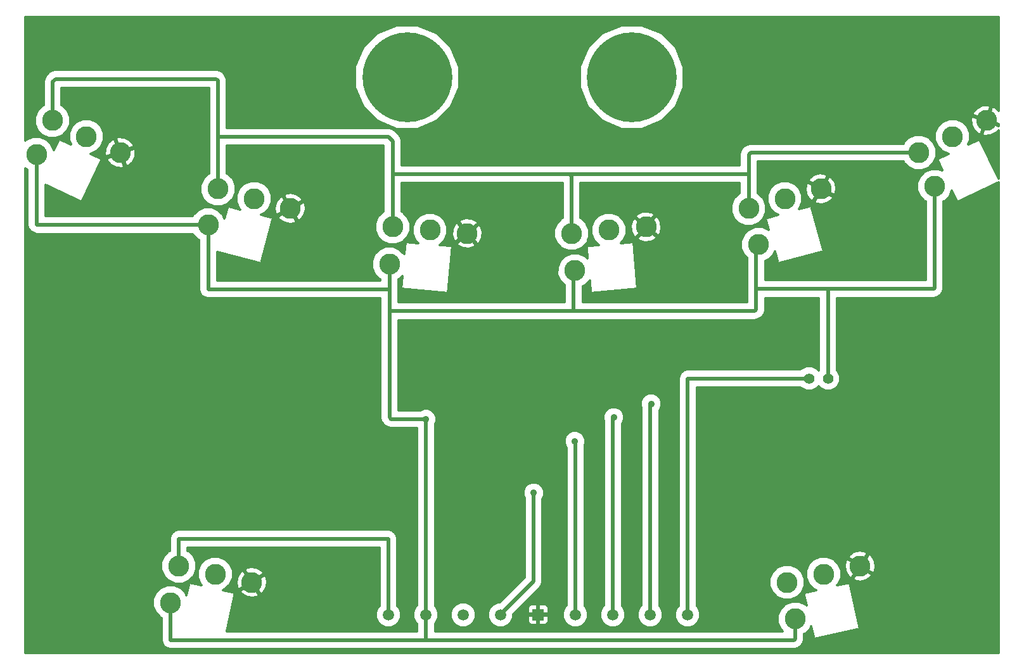
<source format=gbl>
G04 (created by PCBNEW (2013-07-07 BZR 4022)-stable) date 8/13/2015 10:27:12 AM*
%MOIN*%
G04 Gerber Fmt 3.4, Leading zero omitted, Abs format*
%FSLAX34Y34*%
G01*
G70*
G90*
G04 APERTURE LIST*
%ADD10C,0.00590551*%
%ADD11C,0.110236*%
%ADD12C,0.472441*%
%ADD13C,0.055*%
%ADD14R,0.0590551X0.0590551*%
%ADD15C,0.0590551*%
%ADD16C,0.035*%
%ADD17C,0.021*%
%ADD18C,0.011811*%
G04 APERTURE END LIST*
G54D10*
G54D11*
X94741Y-84834D03*
X96662Y-84405D03*
X92820Y-85264D03*
X93249Y-87185D03*
X62739Y-84834D03*
X64660Y-85264D03*
X60817Y-84405D03*
X60388Y-86326D03*
X101520Y-61799D03*
X103300Y-60958D03*
X99741Y-62640D03*
X100582Y-64420D03*
X92699Y-65063D03*
X94599Y-64547D03*
X90800Y-65579D03*
X91316Y-67478D03*
X83444Y-66720D03*
X85405Y-66548D03*
X81483Y-66892D03*
X81655Y-68853D03*
X64780Y-65063D03*
X66680Y-65579D03*
X62880Y-64547D03*
X62364Y-66446D03*
X55959Y-61799D03*
X57739Y-62640D03*
X54179Y-60958D03*
X53338Y-62737D03*
X74035Y-66720D03*
X75996Y-66892D03*
X72074Y-66548D03*
X71903Y-68509D03*
G54D12*
X72830Y-58667D03*
X84650Y-58667D03*
G54D13*
X94968Y-74533D03*
X93968Y-74533D03*
G54D14*
X79718Y-86964D03*
G54D15*
X77750Y-86964D03*
X75781Y-86964D03*
X73812Y-86964D03*
X71844Y-86964D03*
X81687Y-86964D03*
X83655Y-86964D03*
X85624Y-86964D03*
X87592Y-86964D03*
G54D16*
X85669Y-75866D03*
X83700Y-76574D03*
X81653Y-77834D03*
X79488Y-80555D03*
X96234Y-75992D03*
X73818Y-76673D03*
G54D17*
X85629Y-75905D02*
X85629Y-86933D01*
X85669Y-75866D02*
X85629Y-75905D01*
X83661Y-76614D02*
X83661Y-86933D01*
X83700Y-76574D02*
X83661Y-76614D01*
X81692Y-77874D02*
X81692Y-86933D01*
X81653Y-77834D02*
X81692Y-77874D01*
X79488Y-80555D02*
X79476Y-80566D01*
X79476Y-80566D02*
X79476Y-85212D01*
X79476Y-85212D02*
X77755Y-86933D01*
X60817Y-84405D02*
X60817Y-82967D01*
X71844Y-82972D02*
X71844Y-86964D01*
X71838Y-82966D02*
X71844Y-82972D01*
X60818Y-82966D02*
X71838Y-82966D01*
X60817Y-82967D02*
X60818Y-82966D01*
X90800Y-64074D02*
X90800Y-62743D01*
X90902Y-62640D02*
X99741Y-62640D01*
X90800Y-62743D02*
X90902Y-62640D01*
X81372Y-63779D02*
X90452Y-63779D01*
X90800Y-63831D02*
X90800Y-64074D01*
X90800Y-64074D02*
X90800Y-65579D01*
X90748Y-63779D02*
X90800Y-63831D01*
X90452Y-63779D02*
X90748Y-63779D01*
X81483Y-66892D02*
X81483Y-63890D01*
X81372Y-63779D02*
X72074Y-63779D01*
X81483Y-63890D02*
X81372Y-63779D01*
X62880Y-61811D02*
X71850Y-61811D01*
X72074Y-62035D02*
X72074Y-63779D01*
X72074Y-63779D02*
X72074Y-66548D01*
X71850Y-61811D02*
X72074Y-62035D01*
X54179Y-60958D02*
X54179Y-58910D01*
X62880Y-58845D02*
X62880Y-61811D01*
X62880Y-61811D02*
X62880Y-64547D01*
X62795Y-58759D02*
X62880Y-58845D01*
X54330Y-58759D02*
X62795Y-58759D01*
X54179Y-58910D02*
X54330Y-58759D01*
X87592Y-86964D02*
X87592Y-74543D01*
X87602Y-74533D02*
X93968Y-74533D01*
X87592Y-74543D02*
X87602Y-74533D01*
X94968Y-74533D02*
X94968Y-69852D01*
X94968Y-69852D02*
X95005Y-69814D01*
X73976Y-88307D02*
X60393Y-88307D01*
X60388Y-88301D02*
X60388Y-86326D01*
X60393Y-88307D02*
X60388Y-88301D01*
X73818Y-86933D02*
X73818Y-88267D01*
X93249Y-88246D02*
X93249Y-87185D01*
X93188Y-88307D02*
X93249Y-88246D01*
X73858Y-88307D02*
X73976Y-88307D01*
X73976Y-88307D02*
X93188Y-88307D01*
X73818Y-88267D02*
X73858Y-88307D01*
X81594Y-70980D02*
X71903Y-70980D01*
X71903Y-70980D02*
X71903Y-76588D01*
X62364Y-66446D02*
X53356Y-66446D01*
X53338Y-66428D02*
X53338Y-62737D01*
X53356Y-66446D02*
X53338Y-66428D01*
X62364Y-66446D02*
X62364Y-69839D01*
X71837Y-69842D02*
X71903Y-69777D01*
X62367Y-69842D02*
X71837Y-69842D01*
X62364Y-69839D02*
X62367Y-69842D01*
X71903Y-68509D02*
X71903Y-69777D01*
X71903Y-69777D02*
X71903Y-70980D01*
X71903Y-76588D02*
X71988Y-76673D01*
X71988Y-76673D02*
X73818Y-76673D01*
X81594Y-70980D02*
X91125Y-70980D01*
X91192Y-70913D02*
X91192Y-69814D01*
X91125Y-70980D02*
X91192Y-70913D01*
X81594Y-70980D02*
X81637Y-70980D01*
X73818Y-86933D02*
X73818Y-76673D01*
X91190Y-67656D02*
X91190Y-69817D01*
X91190Y-69817D02*
X91192Y-69814D01*
X100582Y-69779D02*
X100582Y-64597D01*
X91192Y-69814D02*
X95005Y-69814D01*
X95005Y-69814D02*
X100547Y-69814D01*
X100547Y-69814D02*
X100582Y-69779D01*
X81592Y-69030D02*
X81592Y-70934D01*
X81592Y-70934D02*
X81637Y-70980D01*
G54D10*
G36*
X82329Y-68219D02*
X82180Y-68069D01*
X81840Y-67928D01*
X81472Y-67927D01*
X81131Y-68068D01*
X80871Y-68328D01*
X80730Y-68668D01*
X80729Y-69036D01*
X80870Y-69376D01*
X81113Y-69619D01*
X81113Y-70501D01*
X76816Y-70501D01*
X76816Y-66793D01*
X76724Y-66502D01*
X76605Y-66434D01*
X76552Y-66478D01*
X76552Y-66372D01*
X76507Y-66242D01*
X76219Y-66096D01*
X75898Y-66071D01*
X75606Y-66163D01*
X75539Y-66283D01*
X76001Y-66834D01*
X76552Y-66372D01*
X76552Y-66478D01*
X76054Y-66897D01*
X76516Y-67448D01*
X76646Y-67402D01*
X76792Y-67115D01*
X76816Y-66793D01*
X76816Y-70501D01*
X76453Y-70501D01*
X76453Y-67500D01*
X75991Y-66949D01*
X75938Y-66993D01*
X75938Y-66887D01*
X75476Y-66336D01*
X75347Y-66381D01*
X75201Y-66669D01*
X75176Y-66990D01*
X75268Y-67281D01*
X75387Y-67349D01*
X75938Y-66887D01*
X75938Y-66993D01*
X75440Y-67412D01*
X75486Y-67541D01*
X75773Y-67687D01*
X76095Y-67712D01*
X76386Y-67620D01*
X76453Y-67500D01*
X76453Y-70501D01*
X72382Y-70501D01*
X72382Y-69777D01*
X72382Y-69313D01*
X72426Y-69294D01*
X72579Y-69141D01*
X72518Y-69813D01*
X74990Y-70028D01*
X75211Y-67556D01*
X74563Y-67501D01*
X74819Y-67245D01*
X74960Y-66905D01*
X74960Y-66537D01*
X74820Y-66197D01*
X74560Y-65936D01*
X74220Y-65795D01*
X73852Y-65795D01*
X73512Y-65935D01*
X73251Y-66195D01*
X73110Y-66535D01*
X73110Y-66903D01*
X73250Y-67243D01*
X73409Y-67402D01*
X72743Y-67345D01*
X72685Y-67984D01*
X72427Y-67726D01*
X72087Y-67584D01*
X71719Y-67584D01*
X71379Y-67725D01*
X71119Y-67985D01*
X70978Y-68325D01*
X70977Y-68693D01*
X71118Y-69033D01*
X71378Y-69293D01*
X71424Y-69312D01*
X71424Y-69363D01*
X67504Y-69363D01*
X67504Y-65627D01*
X67466Y-65324D01*
X67360Y-65236D01*
X67319Y-65260D01*
X67319Y-65165D01*
X67297Y-65030D01*
X67040Y-64835D01*
X66728Y-64754D01*
X66425Y-64793D01*
X66337Y-64899D01*
X66695Y-65523D01*
X67319Y-65165D01*
X67319Y-65260D01*
X66736Y-65594D01*
X67093Y-66218D01*
X67229Y-66196D01*
X67423Y-65939D01*
X67504Y-65627D01*
X67504Y-69363D01*
X67022Y-69363D01*
X67022Y-66259D01*
X66665Y-65635D01*
X66624Y-65658D01*
X66624Y-65564D01*
X66266Y-64939D01*
X66131Y-64961D01*
X65936Y-65218D01*
X65855Y-65530D01*
X65894Y-65833D01*
X66000Y-65921D01*
X66624Y-65564D01*
X66624Y-65658D01*
X66040Y-65992D01*
X66062Y-66128D01*
X66319Y-66322D01*
X66631Y-66403D01*
X66934Y-66365D01*
X67022Y-66259D01*
X67022Y-69363D01*
X62843Y-69363D01*
X62843Y-67869D01*
X65144Y-68489D01*
X65784Y-66091D01*
X65133Y-65918D01*
X65304Y-65847D01*
X65564Y-65587D01*
X65705Y-65247D01*
X65705Y-64879D01*
X65565Y-64539D01*
X65305Y-64279D01*
X64965Y-64138D01*
X64597Y-64137D01*
X64257Y-64278D01*
X63996Y-64538D01*
X63855Y-64878D01*
X63855Y-65246D01*
X63995Y-65586D01*
X64035Y-65626D01*
X63491Y-65481D01*
X63452Y-65284D01*
X63664Y-65071D01*
X63806Y-64731D01*
X63806Y-64363D01*
X63665Y-64023D01*
X63405Y-63763D01*
X63359Y-63744D01*
X63359Y-62290D01*
X71595Y-62290D01*
X71595Y-63779D01*
X71595Y-65745D01*
X71551Y-65764D01*
X71290Y-66024D01*
X71149Y-66364D01*
X71149Y-66732D01*
X71289Y-67072D01*
X71549Y-67332D01*
X71889Y-67473D01*
X72257Y-67474D01*
X72598Y-67333D01*
X72858Y-67073D01*
X72999Y-66733D01*
X72999Y-66365D01*
X72859Y-66025D01*
X72599Y-65765D01*
X72553Y-65746D01*
X72553Y-64258D01*
X81004Y-64258D01*
X81004Y-66088D01*
X80960Y-66107D01*
X80699Y-66367D01*
X80558Y-66707D01*
X80558Y-67075D01*
X80698Y-67415D01*
X80958Y-67675D01*
X81298Y-67817D01*
X81666Y-67817D01*
X82007Y-67676D01*
X82267Y-67416D01*
X82275Y-67397D01*
X82275Y-67564D01*
X82271Y-67564D01*
X82275Y-67612D01*
X82275Y-67682D01*
X82281Y-67682D01*
X82329Y-68219D01*
X82329Y-68219D01*
G37*
G54D18*
X82329Y-68219D02*
X82180Y-68069D01*
X81840Y-67928D01*
X81472Y-67927D01*
X81131Y-68068D01*
X80871Y-68328D01*
X80730Y-68668D01*
X80729Y-69036D01*
X80870Y-69376D01*
X81113Y-69619D01*
X81113Y-70501D01*
X76816Y-70501D01*
X76816Y-66793D01*
X76724Y-66502D01*
X76605Y-66434D01*
X76552Y-66478D01*
X76552Y-66372D01*
X76507Y-66242D01*
X76219Y-66096D01*
X75898Y-66071D01*
X75606Y-66163D01*
X75539Y-66283D01*
X76001Y-66834D01*
X76552Y-66372D01*
X76552Y-66478D01*
X76054Y-66897D01*
X76516Y-67448D01*
X76646Y-67402D01*
X76792Y-67115D01*
X76816Y-66793D01*
X76816Y-70501D01*
X76453Y-70501D01*
X76453Y-67500D01*
X75991Y-66949D01*
X75938Y-66993D01*
X75938Y-66887D01*
X75476Y-66336D01*
X75347Y-66381D01*
X75201Y-66669D01*
X75176Y-66990D01*
X75268Y-67281D01*
X75387Y-67349D01*
X75938Y-66887D01*
X75938Y-66993D01*
X75440Y-67412D01*
X75486Y-67541D01*
X75773Y-67687D01*
X76095Y-67712D01*
X76386Y-67620D01*
X76453Y-67500D01*
X76453Y-70501D01*
X72382Y-70501D01*
X72382Y-69777D01*
X72382Y-69313D01*
X72426Y-69294D01*
X72579Y-69141D01*
X72518Y-69813D01*
X74990Y-70028D01*
X75211Y-67556D01*
X74563Y-67501D01*
X74819Y-67245D01*
X74960Y-66905D01*
X74960Y-66537D01*
X74820Y-66197D01*
X74560Y-65936D01*
X74220Y-65795D01*
X73852Y-65795D01*
X73512Y-65935D01*
X73251Y-66195D01*
X73110Y-66535D01*
X73110Y-66903D01*
X73250Y-67243D01*
X73409Y-67402D01*
X72743Y-67345D01*
X72685Y-67984D01*
X72427Y-67726D01*
X72087Y-67584D01*
X71719Y-67584D01*
X71379Y-67725D01*
X71119Y-67985D01*
X70978Y-68325D01*
X70977Y-68693D01*
X71118Y-69033D01*
X71378Y-69293D01*
X71424Y-69312D01*
X71424Y-69363D01*
X67504Y-69363D01*
X67504Y-65627D01*
X67466Y-65324D01*
X67360Y-65236D01*
X67319Y-65260D01*
X67319Y-65165D01*
X67297Y-65030D01*
X67040Y-64835D01*
X66728Y-64754D01*
X66425Y-64793D01*
X66337Y-64899D01*
X66695Y-65523D01*
X67319Y-65165D01*
X67319Y-65260D01*
X66736Y-65594D01*
X67093Y-66218D01*
X67229Y-66196D01*
X67423Y-65939D01*
X67504Y-65627D01*
X67504Y-69363D01*
X67022Y-69363D01*
X67022Y-66259D01*
X66665Y-65635D01*
X66624Y-65658D01*
X66624Y-65564D01*
X66266Y-64939D01*
X66131Y-64961D01*
X65936Y-65218D01*
X65855Y-65530D01*
X65894Y-65833D01*
X66000Y-65921D01*
X66624Y-65564D01*
X66624Y-65658D01*
X66040Y-65992D01*
X66062Y-66128D01*
X66319Y-66322D01*
X66631Y-66403D01*
X66934Y-66365D01*
X67022Y-66259D01*
X67022Y-69363D01*
X62843Y-69363D01*
X62843Y-67869D01*
X65144Y-68489D01*
X65784Y-66091D01*
X65133Y-65918D01*
X65304Y-65847D01*
X65564Y-65587D01*
X65705Y-65247D01*
X65705Y-64879D01*
X65565Y-64539D01*
X65305Y-64279D01*
X64965Y-64138D01*
X64597Y-64137D01*
X64257Y-64278D01*
X63996Y-64538D01*
X63855Y-64878D01*
X63855Y-65246D01*
X63995Y-65586D01*
X64035Y-65626D01*
X63491Y-65481D01*
X63452Y-65284D01*
X63664Y-65071D01*
X63806Y-64731D01*
X63806Y-64363D01*
X63665Y-64023D01*
X63405Y-63763D01*
X63359Y-63744D01*
X63359Y-62290D01*
X71595Y-62290D01*
X71595Y-63779D01*
X71595Y-65745D01*
X71551Y-65764D01*
X71290Y-66024D01*
X71149Y-66364D01*
X71149Y-66732D01*
X71289Y-67072D01*
X71549Y-67332D01*
X71889Y-67473D01*
X72257Y-67474D01*
X72598Y-67333D01*
X72858Y-67073D01*
X72999Y-66733D01*
X72999Y-66365D01*
X72859Y-66025D01*
X72599Y-65765D01*
X72553Y-65746D01*
X72553Y-64258D01*
X81004Y-64258D01*
X81004Y-66088D01*
X80960Y-66107D01*
X80699Y-66367D01*
X80558Y-66707D01*
X80558Y-67075D01*
X80698Y-67415D01*
X80958Y-67675D01*
X81298Y-67817D01*
X81666Y-67817D01*
X82007Y-67676D01*
X82267Y-67416D01*
X82275Y-67397D01*
X82275Y-67564D01*
X82271Y-67564D01*
X82275Y-67612D01*
X82275Y-67682D01*
X82281Y-67682D01*
X82329Y-68219D01*
G54D10*
G36*
X103937Y-64011D02*
X102953Y-61931D01*
X102350Y-62214D01*
X102445Y-61984D01*
X102446Y-61616D01*
X102305Y-61276D01*
X102045Y-61015D01*
X101705Y-60874D01*
X101337Y-60874D01*
X100997Y-61014D01*
X100737Y-61274D01*
X100595Y-61614D01*
X100595Y-61982D01*
X100736Y-62322D01*
X100996Y-62583D01*
X101298Y-62708D01*
X100708Y-62985D01*
X100995Y-63590D01*
X100767Y-63495D01*
X100399Y-63495D01*
X100059Y-63635D01*
X99798Y-63895D01*
X99657Y-64235D01*
X99657Y-64603D01*
X99797Y-64943D01*
X100057Y-65204D01*
X100103Y-65223D01*
X100103Y-69335D01*
X95422Y-69335D01*
X95422Y-64481D01*
X95335Y-64171D01*
X95148Y-63929D01*
X95012Y-63907D01*
X94941Y-64031D01*
X94941Y-63866D01*
X94854Y-63761D01*
X94533Y-63723D01*
X94223Y-63811D01*
X93981Y-63998D01*
X93959Y-64133D01*
X94584Y-64491D01*
X94941Y-63866D01*
X94941Y-64031D01*
X94655Y-64531D01*
X95279Y-64889D01*
X95385Y-64801D01*
X95422Y-64481D01*
X95422Y-69335D01*
X95238Y-69335D01*
X95238Y-64960D01*
X94614Y-64602D01*
X94543Y-64726D01*
X94543Y-64562D01*
X93919Y-64204D01*
X93813Y-64292D01*
X93775Y-64612D01*
X93863Y-64922D01*
X94050Y-65164D01*
X94185Y-65186D01*
X94543Y-64562D01*
X94543Y-64726D01*
X94257Y-65227D01*
X94344Y-65332D01*
X94664Y-65370D01*
X94974Y-65282D01*
X95216Y-65095D01*
X95238Y-64960D01*
X95238Y-69335D01*
X95005Y-69335D01*
X91669Y-69335D01*
X91669Y-68334D01*
X91839Y-68263D01*
X92100Y-68003D01*
X92169Y-67836D01*
X92346Y-68485D01*
X94737Y-67834D01*
X94088Y-65443D01*
X93456Y-65614D01*
X93483Y-65587D01*
X93624Y-65247D01*
X93625Y-64879D01*
X93484Y-64539D01*
X93224Y-64279D01*
X92884Y-64138D01*
X92516Y-64137D01*
X92176Y-64278D01*
X91915Y-64538D01*
X91774Y-64878D01*
X91774Y-65246D01*
X91914Y-65586D01*
X92174Y-65847D01*
X92342Y-65916D01*
X91693Y-66092D01*
X91863Y-66718D01*
X91840Y-66695D01*
X91501Y-66553D01*
X91132Y-66553D01*
X90792Y-66694D01*
X90532Y-66954D01*
X90391Y-67294D01*
X90390Y-67662D01*
X90531Y-68002D01*
X90711Y-68182D01*
X90711Y-69817D01*
X90713Y-69830D01*
X90713Y-70501D01*
X86227Y-70501D01*
X86227Y-66630D01*
X86196Y-66309D01*
X86055Y-66038D01*
X85925Y-65992D01*
X85863Y-66067D01*
X85863Y-65940D01*
X85795Y-65820D01*
X85487Y-65726D01*
X85166Y-65758D01*
X84895Y-65899D01*
X84849Y-66028D01*
X85400Y-66491D01*
X85863Y-65940D01*
X85863Y-66067D01*
X85463Y-66543D01*
X86014Y-67006D01*
X86134Y-66938D01*
X86227Y-66630D01*
X86227Y-70501D01*
X85961Y-70501D01*
X85961Y-67068D01*
X85410Y-66606D01*
X85348Y-66681D01*
X85348Y-66554D01*
X84797Y-66091D01*
X84677Y-66159D01*
X84583Y-66467D01*
X84615Y-66788D01*
X84756Y-67059D01*
X84885Y-67105D01*
X85348Y-66554D01*
X85348Y-66681D01*
X84948Y-67157D01*
X85015Y-67277D01*
X85324Y-67371D01*
X85645Y-67339D01*
X85916Y-67198D01*
X85961Y-67068D01*
X85961Y-70501D01*
X82071Y-70501D01*
X82071Y-69682D01*
X82178Y-69637D01*
X82433Y-69383D01*
X82491Y-70028D01*
X84959Y-69803D01*
X84744Y-67339D01*
X84073Y-67400D01*
X84228Y-67245D01*
X84369Y-66905D01*
X84370Y-66537D01*
X84229Y-66197D01*
X83969Y-65936D01*
X83629Y-65795D01*
X83261Y-65795D01*
X82921Y-65935D01*
X82660Y-66195D01*
X82519Y-66535D01*
X82519Y-66903D01*
X82659Y-67243D01*
X82919Y-67504D01*
X82922Y-67505D01*
X82388Y-67553D01*
X82357Y-67200D01*
X82408Y-67076D01*
X82409Y-66708D01*
X82286Y-66413D01*
X82275Y-66287D01*
X82275Y-66385D01*
X82268Y-66368D01*
X82008Y-66108D01*
X81962Y-66089D01*
X81962Y-64258D01*
X90321Y-64258D01*
X90321Y-64776D01*
X90276Y-64794D01*
X90016Y-65054D01*
X89875Y-65394D01*
X89874Y-65762D01*
X90015Y-66102D01*
X90275Y-66363D01*
X90615Y-66504D01*
X90983Y-66504D01*
X91323Y-66364D01*
X91583Y-66104D01*
X91725Y-65764D01*
X91725Y-65396D01*
X91584Y-65055D01*
X91324Y-64795D01*
X91279Y-64776D01*
X91279Y-64074D01*
X91279Y-63831D01*
X91279Y-63119D01*
X98938Y-63119D01*
X98956Y-63164D01*
X99216Y-63424D01*
X99556Y-63565D01*
X99924Y-63566D01*
X100264Y-63425D01*
X100525Y-63165D01*
X100666Y-62825D01*
X100666Y-62457D01*
X100526Y-62117D01*
X100266Y-61856D01*
X99926Y-61715D01*
X99558Y-61715D01*
X99217Y-61855D01*
X98957Y-62115D01*
X98938Y-62161D01*
X90902Y-62161D01*
X90902Y-62161D01*
X90872Y-62167D01*
X90719Y-62198D01*
X90563Y-62302D01*
X90563Y-62302D01*
X90461Y-62404D01*
X90357Y-62559D01*
X90321Y-62743D01*
X90321Y-63300D01*
X87386Y-63300D01*
X87386Y-58125D01*
X86971Y-57119D01*
X86201Y-56349D01*
X85196Y-55931D01*
X84108Y-55931D01*
X83102Y-56346D01*
X82331Y-57115D01*
X81914Y-58121D01*
X81913Y-59209D01*
X82328Y-60215D01*
X83098Y-60986D01*
X84103Y-61403D01*
X85191Y-61404D01*
X86197Y-60988D01*
X86968Y-60219D01*
X87385Y-59214D01*
X87386Y-58125D01*
X87386Y-63300D01*
X81372Y-63300D01*
X75567Y-63300D01*
X75567Y-58125D01*
X75151Y-57119D01*
X74382Y-56349D01*
X73376Y-55931D01*
X72288Y-55931D01*
X71282Y-56346D01*
X70512Y-57115D01*
X70094Y-58121D01*
X70093Y-59209D01*
X70509Y-60215D01*
X71278Y-60986D01*
X72283Y-61403D01*
X73372Y-61404D01*
X74378Y-60988D01*
X75148Y-60219D01*
X75566Y-59214D01*
X75567Y-58125D01*
X75567Y-63300D01*
X72553Y-63300D01*
X72553Y-62035D01*
X72517Y-61851D01*
X72413Y-61696D01*
X72413Y-61696D01*
X72189Y-61472D01*
X72033Y-61368D01*
X71850Y-61332D01*
X63359Y-61332D01*
X63359Y-58845D01*
X63359Y-58845D01*
X63359Y-58845D01*
X63353Y-58815D01*
X63323Y-58662D01*
X63219Y-58506D01*
X63219Y-58506D01*
X63133Y-58421D01*
X62978Y-58317D01*
X62795Y-58280D01*
X54330Y-58280D01*
X54330Y-58280D01*
X54147Y-58317D01*
X53991Y-58421D01*
X53991Y-58421D01*
X53840Y-58572D01*
X53737Y-58727D01*
X53700Y-58910D01*
X53700Y-60155D01*
X53656Y-60173D01*
X53395Y-60433D01*
X53254Y-60773D01*
X53254Y-61141D01*
X53394Y-61481D01*
X53654Y-61742D01*
X53994Y-61883D01*
X54362Y-61883D01*
X54703Y-61743D01*
X54963Y-61482D01*
X55104Y-61143D01*
X55105Y-60775D01*
X54964Y-60434D01*
X54704Y-60174D01*
X54658Y-60155D01*
X54658Y-59238D01*
X62401Y-59238D01*
X62401Y-61811D01*
X62401Y-63743D01*
X62357Y-63762D01*
X62097Y-64022D01*
X61955Y-64362D01*
X61955Y-64730D01*
X62096Y-65070D01*
X62356Y-65330D01*
X62696Y-65472D01*
X63064Y-65472D01*
X63404Y-65331D01*
X63439Y-65297D01*
X63219Y-66092D01*
X63149Y-65923D01*
X62889Y-65662D01*
X62549Y-65521D01*
X62181Y-65521D01*
X61841Y-65661D01*
X61580Y-65921D01*
X61561Y-65967D01*
X58557Y-65967D01*
X58557Y-62527D01*
X58468Y-62423D01*
X58443Y-62432D01*
X58443Y-62208D01*
X58224Y-61972D01*
X57931Y-61837D01*
X57626Y-61822D01*
X57521Y-61911D01*
X57763Y-62588D01*
X58441Y-62345D01*
X58443Y-62208D01*
X58443Y-62432D01*
X57791Y-62665D01*
X58033Y-63342D01*
X58171Y-63344D01*
X58407Y-63125D01*
X58542Y-62833D01*
X58557Y-62527D01*
X58557Y-65967D01*
X57956Y-65967D01*
X57956Y-63370D01*
X57714Y-62693D01*
X57686Y-62702D01*
X57686Y-62615D01*
X57444Y-61938D01*
X57306Y-61936D01*
X57070Y-62155D01*
X56935Y-62448D01*
X56920Y-62753D01*
X57009Y-62858D01*
X57686Y-62615D01*
X57686Y-62702D01*
X57037Y-62935D01*
X57034Y-63072D01*
X57253Y-63309D01*
X57546Y-63444D01*
X57852Y-63459D01*
X57956Y-63370D01*
X57956Y-65967D01*
X53817Y-65967D01*
X53817Y-64338D01*
X55697Y-65230D01*
X56767Y-62987D01*
X56178Y-62709D01*
X56482Y-62584D01*
X56743Y-62324D01*
X56884Y-61984D01*
X56884Y-61616D01*
X56744Y-61276D01*
X56484Y-61015D01*
X56144Y-60874D01*
X55776Y-60874D01*
X55435Y-61014D01*
X55175Y-61274D01*
X55034Y-61614D01*
X55034Y-61982D01*
X55130Y-62215D01*
X54496Y-61916D01*
X54496Y-61998D01*
X54248Y-62518D01*
X54123Y-62214D01*
X53863Y-61954D01*
X53523Y-61812D01*
X53155Y-61812D01*
X52815Y-61953D01*
X52755Y-62012D01*
X52755Y-55511D01*
X103937Y-55511D01*
X103937Y-60439D01*
X103732Y-60254D01*
X103595Y-60256D01*
X103518Y-60471D01*
X103518Y-60228D01*
X103413Y-60139D01*
X103091Y-60158D01*
X102801Y-60299D01*
X102596Y-60526D01*
X102598Y-60663D01*
X103275Y-60905D01*
X103518Y-60228D01*
X103518Y-60471D01*
X103352Y-60933D01*
X103937Y-61142D01*
X103937Y-61229D01*
X103325Y-61010D01*
X103248Y-61225D01*
X103248Y-60982D01*
X102571Y-60740D01*
X102482Y-60845D01*
X102501Y-61167D01*
X102642Y-61457D01*
X102868Y-61662D01*
X103005Y-61660D01*
X103248Y-60982D01*
X103248Y-61225D01*
X103082Y-61687D01*
X103187Y-61776D01*
X103509Y-61757D01*
X103799Y-61616D01*
X103937Y-61465D01*
X103937Y-64011D01*
X103937Y-64011D01*
G37*
G54D18*
X103937Y-64011D02*
X102953Y-61931D01*
X102350Y-62214D01*
X102445Y-61984D01*
X102446Y-61616D01*
X102305Y-61276D01*
X102045Y-61015D01*
X101705Y-60874D01*
X101337Y-60874D01*
X100997Y-61014D01*
X100737Y-61274D01*
X100595Y-61614D01*
X100595Y-61982D01*
X100736Y-62322D01*
X100996Y-62583D01*
X101298Y-62708D01*
X100708Y-62985D01*
X100995Y-63590D01*
X100767Y-63495D01*
X100399Y-63495D01*
X100059Y-63635D01*
X99798Y-63895D01*
X99657Y-64235D01*
X99657Y-64603D01*
X99797Y-64943D01*
X100057Y-65204D01*
X100103Y-65223D01*
X100103Y-69335D01*
X95422Y-69335D01*
X95422Y-64481D01*
X95335Y-64171D01*
X95148Y-63929D01*
X95012Y-63907D01*
X94941Y-64031D01*
X94941Y-63866D01*
X94854Y-63761D01*
X94533Y-63723D01*
X94223Y-63811D01*
X93981Y-63998D01*
X93959Y-64133D01*
X94584Y-64491D01*
X94941Y-63866D01*
X94941Y-64031D01*
X94655Y-64531D01*
X95279Y-64889D01*
X95385Y-64801D01*
X95422Y-64481D01*
X95422Y-69335D01*
X95238Y-69335D01*
X95238Y-64960D01*
X94614Y-64602D01*
X94543Y-64726D01*
X94543Y-64562D01*
X93919Y-64204D01*
X93813Y-64292D01*
X93775Y-64612D01*
X93863Y-64922D01*
X94050Y-65164D01*
X94185Y-65186D01*
X94543Y-64562D01*
X94543Y-64726D01*
X94257Y-65227D01*
X94344Y-65332D01*
X94664Y-65370D01*
X94974Y-65282D01*
X95216Y-65095D01*
X95238Y-64960D01*
X95238Y-69335D01*
X95005Y-69335D01*
X91669Y-69335D01*
X91669Y-68334D01*
X91839Y-68263D01*
X92100Y-68003D01*
X92169Y-67836D01*
X92346Y-68485D01*
X94737Y-67834D01*
X94088Y-65443D01*
X93456Y-65614D01*
X93483Y-65587D01*
X93624Y-65247D01*
X93625Y-64879D01*
X93484Y-64539D01*
X93224Y-64279D01*
X92884Y-64138D01*
X92516Y-64137D01*
X92176Y-64278D01*
X91915Y-64538D01*
X91774Y-64878D01*
X91774Y-65246D01*
X91914Y-65586D01*
X92174Y-65847D01*
X92342Y-65916D01*
X91693Y-66092D01*
X91863Y-66718D01*
X91840Y-66695D01*
X91501Y-66553D01*
X91132Y-66553D01*
X90792Y-66694D01*
X90532Y-66954D01*
X90391Y-67294D01*
X90390Y-67662D01*
X90531Y-68002D01*
X90711Y-68182D01*
X90711Y-69817D01*
X90713Y-69830D01*
X90713Y-70501D01*
X86227Y-70501D01*
X86227Y-66630D01*
X86196Y-66309D01*
X86055Y-66038D01*
X85925Y-65992D01*
X85863Y-66067D01*
X85863Y-65940D01*
X85795Y-65820D01*
X85487Y-65726D01*
X85166Y-65758D01*
X84895Y-65899D01*
X84849Y-66028D01*
X85400Y-66491D01*
X85863Y-65940D01*
X85863Y-66067D01*
X85463Y-66543D01*
X86014Y-67006D01*
X86134Y-66938D01*
X86227Y-66630D01*
X86227Y-70501D01*
X85961Y-70501D01*
X85961Y-67068D01*
X85410Y-66606D01*
X85348Y-66681D01*
X85348Y-66554D01*
X84797Y-66091D01*
X84677Y-66159D01*
X84583Y-66467D01*
X84615Y-66788D01*
X84756Y-67059D01*
X84885Y-67105D01*
X85348Y-66554D01*
X85348Y-66681D01*
X84948Y-67157D01*
X85015Y-67277D01*
X85324Y-67371D01*
X85645Y-67339D01*
X85916Y-67198D01*
X85961Y-67068D01*
X85961Y-70501D01*
X82071Y-70501D01*
X82071Y-69682D01*
X82178Y-69637D01*
X82433Y-69383D01*
X82491Y-70028D01*
X84959Y-69803D01*
X84744Y-67339D01*
X84073Y-67400D01*
X84228Y-67245D01*
X84369Y-66905D01*
X84370Y-66537D01*
X84229Y-66197D01*
X83969Y-65936D01*
X83629Y-65795D01*
X83261Y-65795D01*
X82921Y-65935D01*
X82660Y-66195D01*
X82519Y-66535D01*
X82519Y-66903D01*
X82659Y-67243D01*
X82919Y-67504D01*
X82922Y-67505D01*
X82388Y-67553D01*
X82357Y-67200D01*
X82408Y-67076D01*
X82409Y-66708D01*
X82286Y-66413D01*
X82275Y-66287D01*
X82275Y-66385D01*
X82268Y-66368D01*
X82008Y-66108D01*
X81962Y-66089D01*
X81962Y-64258D01*
X90321Y-64258D01*
X90321Y-64776D01*
X90276Y-64794D01*
X90016Y-65054D01*
X89875Y-65394D01*
X89874Y-65762D01*
X90015Y-66102D01*
X90275Y-66363D01*
X90615Y-66504D01*
X90983Y-66504D01*
X91323Y-66364D01*
X91583Y-66104D01*
X91725Y-65764D01*
X91725Y-65396D01*
X91584Y-65055D01*
X91324Y-64795D01*
X91279Y-64776D01*
X91279Y-64074D01*
X91279Y-63831D01*
X91279Y-63119D01*
X98938Y-63119D01*
X98956Y-63164D01*
X99216Y-63424D01*
X99556Y-63565D01*
X99924Y-63566D01*
X100264Y-63425D01*
X100525Y-63165D01*
X100666Y-62825D01*
X100666Y-62457D01*
X100526Y-62117D01*
X100266Y-61856D01*
X99926Y-61715D01*
X99558Y-61715D01*
X99217Y-61855D01*
X98957Y-62115D01*
X98938Y-62161D01*
X90902Y-62161D01*
X90902Y-62161D01*
X90872Y-62167D01*
X90719Y-62198D01*
X90563Y-62302D01*
X90563Y-62302D01*
X90461Y-62404D01*
X90357Y-62559D01*
X90321Y-62743D01*
X90321Y-63300D01*
X87386Y-63300D01*
X87386Y-58125D01*
X86971Y-57119D01*
X86201Y-56349D01*
X85196Y-55931D01*
X84108Y-55931D01*
X83102Y-56346D01*
X82331Y-57115D01*
X81914Y-58121D01*
X81913Y-59209D01*
X82328Y-60215D01*
X83098Y-60986D01*
X84103Y-61403D01*
X85191Y-61404D01*
X86197Y-60988D01*
X86968Y-60219D01*
X87385Y-59214D01*
X87386Y-58125D01*
X87386Y-63300D01*
X81372Y-63300D01*
X75567Y-63300D01*
X75567Y-58125D01*
X75151Y-57119D01*
X74382Y-56349D01*
X73376Y-55931D01*
X72288Y-55931D01*
X71282Y-56346D01*
X70512Y-57115D01*
X70094Y-58121D01*
X70093Y-59209D01*
X70509Y-60215D01*
X71278Y-60986D01*
X72283Y-61403D01*
X73372Y-61404D01*
X74378Y-60988D01*
X75148Y-60219D01*
X75566Y-59214D01*
X75567Y-58125D01*
X75567Y-63300D01*
X72553Y-63300D01*
X72553Y-62035D01*
X72517Y-61851D01*
X72413Y-61696D01*
X72413Y-61696D01*
X72189Y-61472D01*
X72033Y-61368D01*
X71850Y-61332D01*
X63359Y-61332D01*
X63359Y-58845D01*
X63359Y-58845D01*
X63359Y-58845D01*
X63353Y-58815D01*
X63323Y-58662D01*
X63219Y-58506D01*
X63219Y-58506D01*
X63133Y-58421D01*
X62978Y-58317D01*
X62795Y-58280D01*
X54330Y-58280D01*
X54330Y-58280D01*
X54147Y-58317D01*
X53991Y-58421D01*
X53991Y-58421D01*
X53840Y-58572D01*
X53737Y-58727D01*
X53700Y-58910D01*
X53700Y-60155D01*
X53656Y-60173D01*
X53395Y-60433D01*
X53254Y-60773D01*
X53254Y-61141D01*
X53394Y-61481D01*
X53654Y-61742D01*
X53994Y-61883D01*
X54362Y-61883D01*
X54703Y-61743D01*
X54963Y-61482D01*
X55104Y-61143D01*
X55105Y-60775D01*
X54964Y-60434D01*
X54704Y-60174D01*
X54658Y-60155D01*
X54658Y-59238D01*
X62401Y-59238D01*
X62401Y-61811D01*
X62401Y-63743D01*
X62357Y-63762D01*
X62097Y-64022D01*
X61955Y-64362D01*
X61955Y-64730D01*
X62096Y-65070D01*
X62356Y-65330D01*
X62696Y-65472D01*
X63064Y-65472D01*
X63404Y-65331D01*
X63439Y-65297D01*
X63219Y-66092D01*
X63149Y-65923D01*
X62889Y-65662D01*
X62549Y-65521D01*
X62181Y-65521D01*
X61841Y-65661D01*
X61580Y-65921D01*
X61561Y-65967D01*
X58557Y-65967D01*
X58557Y-62527D01*
X58468Y-62423D01*
X58443Y-62432D01*
X58443Y-62208D01*
X58224Y-61972D01*
X57931Y-61837D01*
X57626Y-61822D01*
X57521Y-61911D01*
X57763Y-62588D01*
X58441Y-62345D01*
X58443Y-62208D01*
X58443Y-62432D01*
X57791Y-62665D01*
X58033Y-63342D01*
X58171Y-63344D01*
X58407Y-63125D01*
X58542Y-62833D01*
X58557Y-62527D01*
X58557Y-65967D01*
X57956Y-65967D01*
X57956Y-63370D01*
X57714Y-62693D01*
X57686Y-62702D01*
X57686Y-62615D01*
X57444Y-61938D01*
X57306Y-61936D01*
X57070Y-62155D01*
X56935Y-62448D01*
X56920Y-62753D01*
X57009Y-62858D01*
X57686Y-62615D01*
X57686Y-62702D01*
X57037Y-62935D01*
X57034Y-63072D01*
X57253Y-63309D01*
X57546Y-63444D01*
X57852Y-63459D01*
X57956Y-63370D01*
X57956Y-65967D01*
X53817Y-65967D01*
X53817Y-64338D01*
X55697Y-65230D01*
X56767Y-62987D01*
X56178Y-62709D01*
X56482Y-62584D01*
X56743Y-62324D01*
X56884Y-61984D01*
X56884Y-61616D01*
X56744Y-61276D01*
X56484Y-61015D01*
X56144Y-60874D01*
X55776Y-60874D01*
X55435Y-61014D01*
X55175Y-61274D01*
X55034Y-61614D01*
X55034Y-61982D01*
X55130Y-62215D01*
X54496Y-61916D01*
X54496Y-61998D01*
X54248Y-62518D01*
X54123Y-62214D01*
X53863Y-61954D01*
X53523Y-61812D01*
X53155Y-61812D01*
X52815Y-61953D01*
X52755Y-62012D01*
X52755Y-55511D01*
X103937Y-55511D01*
X103937Y-60439D01*
X103732Y-60254D01*
X103595Y-60256D01*
X103518Y-60471D01*
X103518Y-60228D01*
X103413Y-60139D01*
X103091Y-60158D01*
X102801Y-60299D01*
X102596Y-60526D01*
X102598Y-60663D01*
X103275Y-60905D01*
X103518Y-60228D01*
X103518Y-60471D01*
X103352Y-60933D01*
X103937Y-61142D01*
X103937Y-61229D01*
X103325Y-61010D01*
X103248Y-61225D01*
X103248Y-60982D01*
X102571Y-60740D01*
X102482Y-60845D01*
X102501Y-61167D01*
X102642Y-61457D01*
X102868Y-61662D01*
X103005Y-61660D01*
X103248Y-60982D01*
X103248Y-61225D01*
X103082Y-61687D01*
X103187Y-61776D01*
X103509Y-61757D01*
X103799Y-61616D01*
X103937Y-61465D01*
X103937Y-64011D01*
G54D10*
G36*
X103937Y-88976D02*
X97487Y-88976D01*
X97487Y-84377D01*
X97414Y-84063D01*
X97238Y-83813D01*
X97104Y-83785D01*
X97035Y-83894D01*
X97035Y-83741D01*
X96952Y-83631D01*
X96634Y-83579D01*
X96320Y-83653D01*
X96070Y-83829D01*
X96042Y-83963D01*
X96649Y-84348D01*
X97035Y-83741D01*
X97035Y-83894D01*
X96718Y-84392D01*
X97326Y-84778D01*
X97435Y-84695D01*
X97487Y-84377D01*
X97487Y-88976D01*
X97282Y-88976D01*
X97282Y-84847D01*
X96674Y-84461D01*
X96605Y-84570D01*
X96605Y-84418D01*
X95998Y-84032D01*
X95888Y-84115D01*
X95836Y-84433D01*
X95910Y-84747D01*
X96085Y-84997D01*
X96220Y-85025D01*
X96605Y-84418D01*
X96605Y-84570D01*
X96289Y-85069D01*
X96372Y-85178D01*
X96690Y-85231D01*
X97004Y-85157D01*
X97254Y-84981D01*
X97282Y-84847D01*
X97282Y-88976D01*
X52755Y-88976D01*
X52755Y-63463D01*
X52813Y-63521D01*
X52859Y-63540D01*
X52859Y-66428D01*
X52895Y-66611D01*
X52999Y-66767D01*
X53017Y-66785D01*
X53173Y-66889D01*
X53356Y-66925D01*
X61561Y-66925D01*
X61580Y-66970D01*
X61840Y-67230D01*
X61885Y-67249D01*
X61885Y-69839D01*
X61922Y-70023D01*
X62026Y-70178D01*
X62028Y-70181D01*
X62028Y-70181D01*
X62184Y-70285D01*
X62367Y-70321D01*
X71424Y-70321D01*
X71424Y-70980D01*
X71424Y-76588D01*
X71460Y-76771D01*
X71564Y-76926D01*
X71649Y-77011D01*
X71804Y-77115D01*
X71988Y-77152D01*
X73339Y-77152D01*
X73339Y-86491D01*
X73245Y-86584D01*
X73143Y-86830D01*
X73143Y-87097D01*
X73245Y-87343D01*
X73339Y-87437D01*
X73339Y-87828D01*
X72513Y-87828D01*
X72513Y-86832D01*
X72412Y-86585D01*
X72323Y-86497D01*
X72323Y-82972D01*
X72287Y-82789D01*
X72183Y-82633D01*
X72177Y-82627D01*
X72021Y-82523D01*
X71838Y-82487D01*
X60818Y-82487D01*
X60818Y-82487D01*
X60635Y-82523D01*
X60480Y-82627D01*
X60480Y-82627D01*
X60479Y-82628D01*
X60375Y-82784D01*
X60338Y-82967D01*
X60338Y-83602D01*
X60294Y-83620D01*
X60034Y-83880D01*
X59892Y-84220D01*
X59892Y-84588D01*
X60033Y-84928D01*
X60293Y-85189D01*
X60633Y-85330D01*
X61001Y-85330D01*
X61341Y-85190D01*
X61601Y-84930D01*
X61743Y-84590D01*
X61743Y-84222D01*
X61602Y-83881D01*
X61342Y-83621D01*
X61296Y-83602D01*
X61296Y-83445D01*
X71365Y-83445D01*
X71365Y-86497D01*
X71277Y-86584D01*
X71175Y-86830D01*
X71175Y-87097D01*
X71276Y-87343D01*
X71464Y-87531D01*
X71710Y-87633D01*
X71977Y-87633D01*
X72223Y-87532D01*
X72411Y-87344D01*
X72513Y-87098D01*
X72513Y-86832D01*
X72513Y-87828D01*
X65486Y-87828D01*
X65486Y-85275D01*
X65433Y-84974D01*
X65323Y-84891D01*
X65280Y-84919D01*
X65280Y-84822D01*
X65251Y-84687D01*
X64986Y-84505D01*
X64671Y-84438D01*
X64370Y-84490D01*
X64287Y-84600D01*
X64672Y-85207D01*
X65280Y-84822D01*
X65280Y-84919D01*
X64716Y-85276D01*
X65102Y-85884D01*
X65236Y-85856D01*
X65419Y-85590D01*
X65486Y-85275D01*
X65486Y-87828D01*
X65032Y-87828D01*
X65032Y-85928D01*
X64647Y-85320D01*
X64603Y-85348D01*
X64603Y-85251D01*
X64218Y-84644D01*
X64083Y-84672D01*
X63901Y-84938D01*
X63834Y-85253D01*
X63886Y-85554D01*
X63996Y-85637D01*
X64603Y-85251D01*
X64603Y-85348D01*
X64040Y-85706D01*
X64068Y-85840D01*
X64333Y-86023D01*
X64649Y-86090D01*
X64950Y-86037D01*
X65032Y-85928D01*
X65032Y-87828D01*
X63340Y-87828D01*
X63788Y-85819D01*
X63135Y-85672D01*
X63262Y-85619D01*
X63522Y-85359D01*
X63664Y-85019D01*
X63664Y-84651D01*
X63523Y-84311D01*
X63263Y-84050D01*
X62923Y-83909D01*
X62555Y-83909D01*
X62215Y-84050D01*
X61955Y-84310D01*
X61814Y-84649D01*
X61813Y-85018D01*
X61954Y-85358D01*
X62016Y-85420D01*
X61374Y-85275D01*
X61227Y-85933D01*
X61173Y-85803D01*
X60913Y-85542D01*
X60573Y-85401D01*
X60205Y-85401D01*
X59865Y-85541D01*
X59604Y-85801D01*
X59463Y-86141D01*
X59463Y-86509D01*
X59603Y-86849D01*
X59863Y-87110D01*
X59909Y-87129D01*
X59909Y-88301D01*
X59945Y-88485D01*
X60049Y-88640D01*
X60054Y-88645D01*
X60054Y-88645D01*
X60210Y-88749D01*
X60393Y-88786D01*
X73858Y-88786D01*
X73976Y-88786D01*
X93188Y-88786D01*
X93372Y-88749D01*
X93527Y-88645D01*
X93588Y-88585D01*
X93692Y-88429D01*
X93728Y-88246D01*
X93728Y-87988D01*
X93772Y-87970D01*
X94033Y-87710D01*
X94087Y-87581D01*
X94234Y-88239D01*
X96653Y-87696D01*
X96111Y-85277D01*
X95461Y-85422D01*
X95525Y-85359D01*
X95666Y-85019D01*
X95666Y-84651D01*
X95526Y-84311D01*
X95266Y-84050D01*
X94926Y-83909D01*
X94558Y-83909D01*
X94217Y-84050D01*
X93957Y-84310D01*
X93816Y-84649D01*
X93815Y-85018D01*
X93956Y-85358D01*
X94216Y-85618D01*
X94344Y-85671D01*
X93745Y-85805D01*
X93745Y-85080D01*
X93604Y-84740D01*
X93344Y-84480D01*
X93004Y-84339D01*
X92636Y-84338D01*
X92296Y-84479D01*
X92036Y-84739D01*
X91895Y-85079D01*
X91894Y-85447D01*
X92035Y-85787D01*
X92295Y-86048D01*
X92635Y-86189D01*
X93003Y-86189D01*
X93343Y-86049D01*
X93604Y-85788D01*
X93745Y-85449D01*
X93745Y-85080D01*
X93745Y-85805D01*
X93691Y-85817D01*
X93836Y-86463D01*
X93774Y-86401D01*
X93434Y-86260D01*
X93066Y-86259D01*
X92726Y-86400D01*
X92465Y-86660D01*
X92324Y-87000D01*
X92324Y-87368D01*
X92464Y-87708D01*
X92583Y-87828D01*
X86293Y-87828D01*
X86293Y-86832D01*
X86191Y-86585D01*
X86108Y-86502D01*
X86108Y-76203D01*
X86134Y-76177D01*
X86218Y-75975D01*
X86218Y-75757D01*
X86134Y-75555D01*
X85980Y-75400D01*
X85778Y-75317D01*
X85560Y-75317D01*
X85358Y-75400D01*
X85204Y-75554D01*
X85120Y-75756D01*
X85120Y-75974D01*
X85150Y-76049D01*
X85150Y-86491D01*
X85056Y-86584D01*
X84954Y-86830D01*
X84954Y-87097D01*
X85056Y-87343D01*
X85244Y-87531D01*
X85490Y-87633D01*
X85756Y-87633D01*
X86002Y-87532D01*
X86191Y-87344D01*
X86293Y-87098D01*
X86293Y-86832D01*
X86293Y-87828D01*
X84324Y-87828D01*
X84324Y-86832D01*
X84223Y-86585D01*
X84140Y-86502D01*
X84140Y-76911D01*
X84165Y-76886D01*
X84249Y-76684D01*
X84249Y-76466D01*
X84166Y-76264D01*
X84012Y-76109D01*
X83810Y-76025D01*
X83592Y-76025D01*
X83390Y-76109D01*
X83235Y-76263D01*
X83151Y-76465D01*
X83151Y-76683D01*
X83182Y-76757D01*
X83182Y-86491D01*
X83088Y-86584D01*
X82986Y-86830D01*
X82986Y-87097D01*
X83087Y-87343D01*
X83275Y-87531D01*
X83521Y-87633D01*
X83788Y-87633D01*
X84034Y-87532D01*
X84222Y-87344D01*
X84324Y-87098D01*
X84324Y-86832D01*
X84324Y-87828D01*
X82356Y-87828D01*
X82356Y-86832D01*
X82254Y-86585D01*
X82171Y-86502D01*
X82171Y-78017D01*
X82202Y-77944D01*
X82202Y-77725D01*
X82119Y-77524D01*
X81964Y-77369D01*
X81763Y-77285D01*
X81544Y-77285D01*
X81342Y-77368D01*
X81188Y-77523D01*
X81104Y-77724D01*
X81104Y-77943D01*
X81187Y-78145D01*
X81213Y-78171D01*
X81213Y-86491D01*
X81119Y-86584D01*
X81017Y-86830D01*
X81017Y-87097D01*
X81119Y-87343D01*
X81307Y-87531D01*
X81553Y-87633D01*
X81819Y-87633D01*
X82065Y-87532D01*
X82254Y-87344D01*
X82356Y-87098D01*
X82356Y-86832D01*
X82356Y-87828D01*
X80272Y-87828D01*
X80272Y-87208D01*
X80272Y-86720D01*
X80272Y-86617D01*
X80233Y-86522D01*
X80160Y-86449D01*
X80065Y-86410D01*
X80037Y-86410D01*
X80037Y-80446D01*
X79953Y-80244D01*
X79799Y-80089D01*
X79597Y-80006D01*
X79379Y-80006D01*
X79177Y-80089D01*
X79023Y-80243D01*
X78939Y-80445D01*
X78939Y-80663D01*
X78997Y-80804D01*
X78997Y-85014D01*
X77716Y-86295D01*
X77617Y-86295D01*
X77371Y-86396D01*
X77182Y-86584D01*
X77080Y-86830D01*
X77080Y-87097D01*
X77182Y-87343D01*
X77370Y-87531D01*
X77616Y-87633D01*
X77882Y-87633D01*
X78128Y-87532D01*
X78317Y-87344D01*
X78419Y-87098D01*
X78419Y-86947D01*
X79815Y-85551D01*
X79918Y-85396D01*
X79955Y-85212D01*
X79955Y-80861D01*
X80037Y-80664D01*
X80037Y-80446D01*
X80037Y-86410D01*
X79824Y-86410D01*
X79759Y-86475D01*
X79759Y-86923D01*
X80208Y-86923D01*
X80272Y-86858D01*
X80272Y-86720D01*
X80272Y-87208D01*
X80272Y-87070D01*
X80208Y-87005D01*
X79759Y-87005D01*
X79759Y-87454D01*
X79824Y-87518D01*
X80065Y-87518D01*
X80160Y-87479D01*
X80233Y-87406D01*
X80272Y-87311D01*
X80272Y-87208D01*
X80272Y-87828D01*
X79677Y-87828D01*
X79677Y-87454D01*
X79677Y-87005D01*
X79677Y-86923D01*
X79677Y-86475D01*
X79612Y-86410D01*
X79371Y-86410D01*
X79276Y-86449D01*
X79203Y-86522D01*
X79164Y-86617D01*
X79164Y-86720D01*
X79164Y-86858D01*
X79228Y-86923D01*
X79677Y-86923D01*
X79677Y-87005D01*
X79228Y-87005D01*
X79164Y-87070D01*
X79164Y-87208D01*
X79164Y-87311D01*
X79203Y-87406D01*
X79276Y-87479D01*
X79371Y-87518D01*
X79612Y-87518D01*
X79677Y-87454D01*
X79677Y-87828D01*
X76450Y-87828D01*
X76450Y-86832D01*
X76349Y-86585D01*
X76161Y-86397D01*
X75915Y-86295D01*
X75648Y-86295D01*
X75402Y-86396D01*
X75214Y-86584D01*
X75112Y-86830D01*
X75112Y-87097D01*
X75213Y-87343D01*
X75401Y-87531D01*
X75647Y-87633D01*
X75914Y-87633D01*
X76160Y-87532D01*
X76348Y-87344D01*
X76450Y-87098D01*
X76450Y-86832D01*
X76450Y-87828D01*
X74297Y-87828D01*
X74297Y-87426D01*
X74380Y-87344D01*
X74482Y-87098D01*
X74482Y-86832D01*
X74380Y-86585D01*
X74297Y-86502D01*
X74297Y-76951D01*
X74367Y-76782D01*
X74368Y-76564D01*
X74284Y-76362D01*
X74130Y-76208D01*
X73928Y-76124D01*
X73710Y-76124D01*
X73540Y-76194D01*
X72382Y-76194D01*
X72382Y-71459D01*
X81594Y-71459D01*
X81637Y-71459D01*
X81637Y-71459D01*
X91125Y-71459D01*
X91309Y-71422D01*
X91464Y-71319D01*
X91531Y-71252D01*
X91635Y-71096D01*
X91671Y-70913D01*
X91671Y-70293D01*
X94489Y-70293D01*
X94489Y-74094D01*
X94468Y-74115D01*
X94336Y-73983D01*
X94098Y-73884D01*
X93839Y-73884D01*
X93601Y-73982D01*
X93529Y-74054D01*
X87602Y-74054D01*
X87419Y-74090D01*
X87263Y-74194D01*
X87253Y-74204D01*
X87149Y-74359D01*
X87113Y-74543D01*
X87113Y-86497D01*
X87025Y-86584D01*
X86923Y-86830D01*
X86923Y-87097D01*
X87024Y-87343D01*
X87212Y-87531D01*
X87458Y-87633D01*
X87725Y-87633D01*
X87971Y-87532D01*
X88159Y-87344D01*
X88261Y-87098D01*
X88261Y-86832D01*
X88160Y-86585D01*
X88071Y-86497D01*
X88071Y-75012D01*
X93529Y-75012D01*
X93600Y-75083D01*
X93838Y-75182D01*
X94097Y-75182D01*
X94335Y-75083D01*
X94468Y-74951D01*
X94600Y-75083D01*
X94838Y-75182D01*
X95097Y-75182D01*
X95335Y-75083D01*
X95518Y-74901D01*
X95617Y-74663D01*
X95617Y-74404D01*
X95519Y-74166D01*
X95447Y-74094D01*
X95447Y-70293D01*
X100547Y-70293D01*
X100730Y-70257D01*
X100885Y-70153D01*
X100921Y-70118D01*
X101025Y-69963D01*
X101061Y-69779D01*
X101061Y-65223D01*
X101105Y-65205D01*
X101366Y-64945D01*
X101493Y-64638D01*
X101775Y-65230D01*
X103937Y-64205D01*
X103937Y-88976D01*
X103937Y-88976D01*
G37*
G54D18*
X103937Y-88976D02*
X97487Y-88976D01*
X97487Y-84377D01*
X97414Y-84063D01*
X97238Y-83813D01*
X97104Y-83785D01*
X97035Y-83894D01*
X97035Y-83741D01*
X96952Y-83631D01*
X96634Y-83579D01*
X96320Y-83653D01*
X96070Y-83829D01*
X96042Y-83963D01*
X96649Y-84348D01*
X97035Y-83741D01*
X97035Y-83894D01*
X96718Y-84392D01*
X97326Y-84778D01*
X97435Y-84695D01*
X97487Y-84377D01*
X97487Y-88976D01*
X97282Y-88976D01*
X97282Y-84847D01*
X96674Y-84461D01*
X96605Y-84570D01*
X96605Y-84418D01*
X95998Y-84032D01*
X95888Y-84115D01*
X95836Y-84433D01*
X95910Y-84747D01*
X96085Y-84997D01*
X96220Y-85025D01*
X96605Y-84418D01*
X96605Y-84570D01*
X96289Y-85069D01*
X96372Y-85178D01*
X96690Y-85231D01*
X97004Y-85157D01*
X97254Y-84981D01*
X97282Y-84847D01*
X97282Y-88976D01*
X52755Y-88976D01*
X52755Y-63463D01*
X52813Y-63521D01*
X52859Y-63540D01*
X52859Y-66428D01*
X52895Y-66611D01*
X52999Y-66767D01*
X53017Y-66785D01*
X53173Y-66889D01*
X53356Y-66925D01*
X61561Y-66925D01*
X61580Y-66970D01*
X61840Y-67230D01*
X61885Y-67249D01*
X61885Y-69839D01*
X61922Y-70023D01*
X62026Y-70178D01*
X62028Y-70181D01*
X62028Y-70181D01*
X62184Y-70285D01*
X62367Y-70321D01*
X71424Y-70321D01*
X71424Y-70980D01*
X71424Y-76588D01*
X71460Y-76771D01*
X71564Y-76926D01*
X71649Y-77011D01*
X71804Y-77115D01*
X71988Y-77152D01*
X73339Y-77152D01*
X73339Y-86491D01*
X73245Y-86584D01*
X73143Y-86830D01*
X73143Y-87097D01*
X73245Y-87343D01*
X73339Y-87437D01*
X73339Y-87828D01*
X72513Y-87828D01*
X72513Y-86832D01*
X72412Y-86585D01*
X72323Y-86497D01*
X72323Y-82972D01*
X72287Y-82789D01*
X72183Y-82633D01*
X72177Y-82627D01*
X72021Y-82523D01*
X71838Y-82487D01*
X60818Y-82487D01*
X60818Y-82487D01*
X60635Y-82523D01*
X60480Y-82627D01*
X60480Y-82627D01*
X60479Y-82628D01*
X60375Y-82784D01*
X60338Y-82967D01*
X60338Y-83602D01*
X60294Y-83620D01*
X60034Y-83880D01*
X59892Y-84220D01*
X59892Y-84588D01*
X60033Y-84928D01*
X60293Y-85189D01*
X60633Y-85330D01*
X61001Y-85330D01*
X61341Y-85190D01*
X61601Y-84930D01*
X61743Y-84590D01*
X61743Y-84222D01*
X61602Y-83881D01*
X61342Y-83621D01*
X61296Y-83602D01*
X61296Y-83445D01*
X71365Y-83445D01*
X71365Y-86497D01*
X71277Y-86584D01*
X71175Y-86830D01*
X71175Y-87097D01*
X71276Y-87343D01*
X71464Y-87531D01*
X71710Y-87633D01*
X71977Y-87633D01*
X72223Y-87532D01*
X72411Y-87344D01*
X72513Y-87098D01*
X72513Y-86832D01*
X72513Y-87828D01*
X65486Y-87828D01*
X65486Y-85275D01*
X65433Y-84974D01*
X65323Y-84891D01*
X65280Y-84919D01*
X65280Y-84822D01*
X65251Y-84687D01*
X64986Y-84505D01*
X64671Y-84438D01*
X64370Y-84490D01*
X64287Y-84600D01*
X64672Y-85207D01*
X65280Y-84822D01*
X65280Y-84919D01*
X64716Y-85276D01*
X65102Y-85884D01*
X65236Y-85856D01*
X65419Y-85590D01*
X65486Y-85275D01*
X65486Y-87828D01*
X65032Y-87828D01*
X65032Y-85928D01*
X64647Y-85320D01*
X64603Y-85348D01*
X64603Y-85251D01*
X64218Y-84644D01*
X64083Y-84672D01*
X63901Y-84938D01*
X63834Y-85253D01*
X63886Y-85554D01*
X63996Y-85637D01*
X64603Y-85251D01*
X64603Y-85348D01*
X64040Y-85706D01*
X64068Y-85840D01*
X64333Y-86023D01*
X64649Y-86090D01*
X64950Y-86037D01*
X65032Y-85928D01*
X65032Y-87828D01*
X63340Y-87828D01*
X63788Y-85819D01*
X63135Y-85672D01*
X63262Y-85619D01*
X63522Y-85359D01*
X63664Y-85019D01*
X63664Y-84651D01*
X63523Y-84311D01*
X63263Y-84050D01*
X62923Y-83909D01*
X62555Y-83909D01*
X62215Y-84050D01*
X61955Y-84310D01*
X61814Y-84649D01*
X61813Y-85018D01*
X61954Y-85358D01*
X62016Y-85420D01*
X61374Y-85275D01*
X61227Y-85933D01*
X61173Y-85803D01*
X60913Y-85542D01*
X60573Y-85401D01*
X60205Y-85401D01*
X59865Y-85541D01*
X59604Y-85801D01*
X59463Y-86141D01*
X59463Y-86509D01*
X59603Y-86849D01*
X59863Y-87110D01*
X59909Y-87129D01*
X59909Y-88301D01*
X59945Y-88485D01*
X60049Y-88640D01*
X60054Y-88645D01*
X60054Y-88645D01*
X60210Y-88749D01*
X60393Y-88786D01*
X73858Y-88786D01*
X73976Y-88786D01*
X93188Y-88786D01*
X93372Y-88749D01*
X93527Y-88645D01*
X93588Y-88585D01*
X93692Y-88429D01*
X93728Y-88246D01*
X93728Y-87988D01*
X93772Y-87970D01*
X94033Y-87710D01*
X94087Y-87581D01*
X94234Y-88239D01*
X96653Y-87696D01*
X96111Y-85277D01*
X95461Y-85422D01*
X95525Y-85359D01*
X95666Y-85019D01*
X95666Y-84651D01*
X95526Y-84311D01*
X95266Y-84050D01*
X94926Y-83909D01*
X94558Y-83909D01*
X94217Y-84050D01*
X93957Y-84310D01*
X93816Y-84649D01*
X93815Y-85018D01*
X93956Y-85358D01*
X94216Y-85618D01*
X94344Y-85671D01*
X93745Y-85805D01*
X93745Y-85080D01*
X93604Y-84740D01*
X93344Y-84480D01*
X93004Y-84339D01*
X92636Y-84338D01*
X92296Y-84479D01*
X92036Y-84739D01*
X91895Y-85079D01*
X91894Y-85447D01*
X92035Y-85787D01*
X92295Y-86048D01*
X92635Y-86189D01*
X93003Y-86189D01*
X93343Y-86049D01*
X93604Y-85788D01*
X93745Y-85449D01*
X93745Y-85080D01*
X93745Y-85805D01*
X93691Y-85817D01*
X93836Y-86463D01*
X93774Y-86401D01*
X93434Y-86260D01*
X93066Y-86259D01*
X92726Y-86400D01*
X92465Y-86660D01*
X92324Y-87000D01*
X92324Y-87368D01*
X92464Y-87708D01*
X92583Y-87828D01*
X86293Y-87828D01*
X86293Y-86832D01*
X86191Y-86585D01*
X86108Y-86502D01*
X86108Y-76203D01*
X86134Y-76177D01*
X86218Y-75975D01*
X86218Y-75757D01*
X86134Y-75555D01*
X85980Y-75400D01*
X85778Y-75317D01*
X85560Y-75317D01*
X85358Y-75400D01*
X85204Y-75554D01*
X85120Y-75756D01*
X85120Y-75974D01*
X85150Y-76049D01*
X85150Y-86491D01*
X85056Y-86584D01*
X84954Y-86830D01*
X84954Y-87097D01*
X85056Y-87343D01*
X85244Y-87531D01*
X85490Y-87633D01*
X85756Y-87633D01*
X86002Y-87532D01*
X86191Y-87344D01*
X86293Y-87098D01*
X86293Y-86832D01*
X86293Y-87828D01*
X84324Y-87828D01*
X84324Y-86832D01*
X84223Y-86585D01*
X84140Y-86502D01*
X84140Y-76911D01*
X84165Y-76886D01*
X84249Y-76684D01*
X84249Y-76466D01*
X84166Y-76264D01*
X84012Y-76109D01*
X83810Y-76025D01*
X83592Y-76025D01*
X83390Y-76109D01*
X83235Y-76263D01*
X83151Y-76465D01*
X83151Y-76683D01*
X83182Y-76757D01*
X83182Y-86491D01*
X83088Y-86584D01*
X82986Y-86830D01*
X82986Y-87097D01*
X83087Y-87343D01*
X83275Y-87531D01*
X83521Y-87633D01*
X83788Y-87633D01*
X84034Y-87532D01*
X84222Y-87344D01*
X84324Y-87098D01*
X84324Y-86832D01*
X84324Y-87828D01*
X82356Y-87828D01*
X82356Y-86832D01*
X82254Y-86585D01*
X82171Y-86502D01*
X82171Y-78017D01*
X82202Y-77944D01*
X82202Y-77725D01*
X82119Y-77524D01*
X81964Y-77369D01*
X81763Y-77285D01*
X81544Y-77285D01*
X81342Y-77368D01*
X81188Y-77523D01*
X81104Y-77724D01*
X81104Y-77943D01*
X81187Y-78145D01*
X81213Y-78171D01*
X81213Y-86491D01*
X81119Y-86584D01*
X81017Y-86830D01*
X81017Y-87097D01*
X81119Y-87343D01*
X81307Y-87531D01*
X81553Y-87633D01*
X81819Y-87633D01*
X82065Y-87532D01*
X82254Y-87344D01*
X82356Y-87098D01*
X82356Y-86832D01*
X82356Y-87828D01*
X80272Y-87828D01*
X80272Y-87208D01*
X80272Y-86720D01*
X80272Y-86617D01*
X80233Y-86522D01*
X80160Y-86449D01*
X80065Y-86410D01*
X80037Y-86410D01*
X80037Y-80446D01*
X79953Y-80244D01*
X79799Y-80089D01*
X79597Y-80006D01*
X79379Y-80006D01*
X79177Y-80089D01*
X79023Y-80243D01*
X78939Y-80445D01*
X78939Y-80663D01*
X78997Y-80804D01*
X78997Y-85014D01*
X77716Y-86295D01*
X77617Y-86295D01*
X77371Y-86396D01*
X77182Y-86584D01*
X77080Y-86830D01*
X77080Y-87097D01*
X77182Y-87343D01*
X77370Y-87531D01*
X77616Y-87633D01*
X77882Y-87633D01*
X78128Y-87532D01*
X78317Y-87344D01*
X78419Y-87098D01*
X78419Y-86947D01*
X79815Y-85551D01*
X79918Y-85396D01*
X79955Y-85212D01*
X79955Y-80861D01*
X80037Y-80664D01*
X80037Y-80446D01*
X80037Y-86410D01*
X79824Y-86410D01*
X79759Y-86475D01*
X79759Y-86923D01*
X80208Y-86923D01*
X80272Y-86858D01*
X80272Y-86720D01*
X80272Y-87208D01*
X80272Y-87070D01*
X80208Y-87005D01*
X79759Y-87005D01*
X79759Y-87454D01*
X79824Y-87518D01*
X80065Y-87518D01*
X80160Y-87479D01*
X80233Y-87406D01*
X80272Y-87311D01*
X80272Y-87208D01*
X80272Y-87828D01*
X79677Y-87828D01*
X79677Y-87454D01*
X79677Y-87005D01*
X79677Y-86923D01*
X79677Y-86475D01*
X79612Y-86410D01*
X79371Y-86410D01*
X79276Y-86449D01*
X79203Y-86522D01*
X79164Y-86617D01*
X79164Y-86720D01*
X79164Y-86858D01*
X79228Y-86923D01*
X79677Y-86923D01*
X79677Y-87005D01*
X79228Y-87005D01*
X79164Y-87070D01*
X79164Y-87208D01*
X79164Y-87311D01*
X79203Y-87406D01*
X79276Y-87479D01*
X79371Y-87518D01*
X79612Y-87518D01*
X79677Y-87454D01*
X79677Y-87828D01*
X76450Y-87828D01*
X76450Y-86832D01*
X76349Y-86585D01*
X76161Y-86397D01*
X75915Y-86295D01*
X75648Y-86295D01*
X75402Y-86396D01*
X75214Y-86584D01*
X75112Y-86830D01*
X75112Y-87097D01*
X75213Y-87343D01*
X75401Y-87531D01*
X75647Y-87633D01*
X75914Y-87633D01*
X76160Y-87532D01*
X76348Y-87344D01*
X76450Y-87098D01*
X76450Y-86832D01*
X76450Y-87828D01*
X74297Y-87828D01*
X74297Y-87426D01*
X74380Y-87344D01*
X74482Y-87098D01*
X74482Y-86832D01*
X74380Y-86585D01*
X74297Y-86502D01*
X74297Y-76951D01*
X74367Y-76782D01*
X74368Y-76564D01*
X74284Y-76362D01*
X74130Y-76208D01*
X73928Y-76124D01*
X73710Y-76124D01*
X73540Y-76194D01*
X72382Y-76194D01*
X72382Y-71459D01*
X81594Y-71459D01*
X81637Y-71459D01*
X81637Y-71459D01*
X91125Y-71459D01*
X91309Y-71422D01*
X91464Y-71319D01*
X91531Y-71252D01*
X91635Y-71096D01*
X91671Y-70913D01*
X91671Y-70293D01*
X94489Y-70293D01*
X94489Y-74094D01*
X94468Y-74115D01*
X94336Y-73983D01*
X94098Y-73884D01*
X93839Y-73884D01*
X93601Y-73982D01*
X93529Y-74054D01*
X87602Y-74054D01*
X87419Y-74090D01*
X87263Y-74194D01*
X87253Y-74204D01*
X87149Y-74359D01*
X87113Y-74543D01*
X87113Y-86497D01*
X87025Y-86584D01*
X86923Y-86830D01*
X86923Y-87097D01*
X87024Y-87343D01*
X87212Y-87531D01*
X87458Y-87633D01*
X87725Y-87633D01*
X87971Y-87532D01*
X88159Y-87344D01*
X88261Y-87098D01*
X88261Y-86832D01*
X88160Y-86585D01*
X88071Y-86497D01*
X88071Y-75012D01*
X93529Y-75012D01*
X93600Y-75083D01*
X93838Y-75182D01*
X94097Y-75182D01*
X94335Y-75083D01*
X94468Y-74951D01*
X94600Y-75083D01*
X94838Y-75182D01*
X95097Y-75182D01*
X95335Y-75083D01*
X95518Y-74901D01*
X95617Y-74663D01*
X95617Y-74404D01*
X95519Y-74166D01*
X95447Y-74094D01*
X95447Y-70293D01*
X100547Y-70293D01*
X100730Y-70257D01*
X100885Y-70153D01*
X100921Y-70118D01*
X101025Y-69963D01*
X101061Y-69779D01*
X101061Y-65223D01*
X101105Y-65205D01*
X101366Y-64945D01*
X101493Y-64638D01*
X101775Y-65230D01*
X103937Y-64205D01*
X103937Y-88976D01*
M02*

</source>
